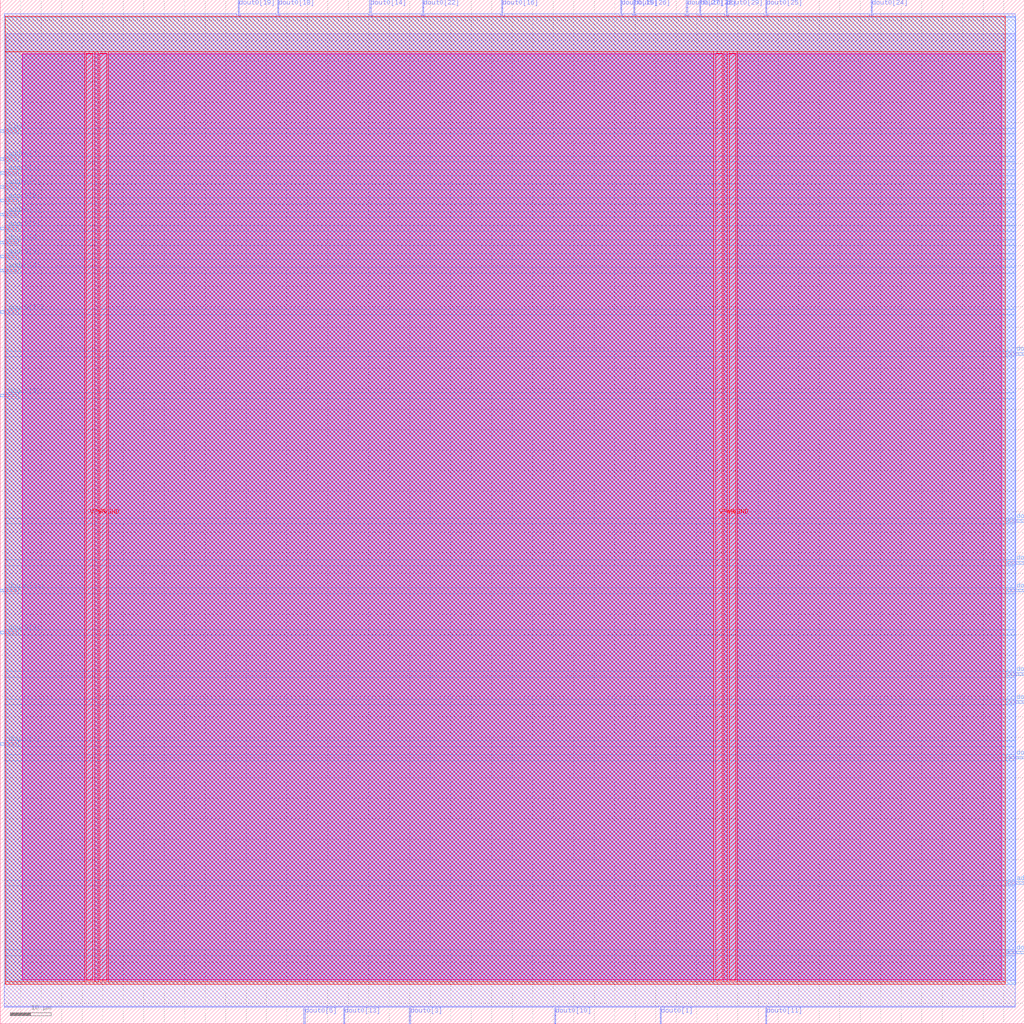
<source format=lef>
VERSION 5.7 ;
  NOWIREEXTENSIONATPIN ON ;
  DIVIDERCHAR "/" ;
  BUSBITCHARS "[]" ;
MACRO rom1
  CLASS BLOCK ;
  FOREIGN rom1 ;
  ORIGIN 0.000 0.000 ;
  SIZE 250.000 BY 250.000 ;
  PIN VGND
    DIRECTION INOUT ;
    USE GROUND ;
    PORT
      LAYER met4 ;
        RECT 24.340 10.640 25.940 236.880 ;
    END
    PORT
      LAYER met4 ;
        RECT 177.940 10.640 179.540 236.880 ;
    END
  END VGND
  PIN VPWR
    DIRECTION INOUT ;
    USE POWER ;
    PORT
      LAYER met4 ;
        RECT 21.040 10.640 22.640 236.880 ;
    END
    PORT
      LAYER met4 ;
        RECT 174.640 10.640 176.240 236.880 ;
    END
  END VPWR
  PIN addr0[0]
    DIRECTION INPUT ;
    USE SIGNAL ;
    ANTENNAGATEAREA 0.196500 ;
    PORT
      LAYER met3 ;
        RECT 0.000 193.840 4.000 194.440 ;
    END
  END addr0[0]
  PIN addr0[1]
    DIRECTION INPUT ;
    USE SIGNAL ;
    ANTENNAGATEAREA 0.196500 ;
    PORT
      LAYER met3 ;
        RECT 246.000 34.040 250.000 34.640 ;
    END
  END addr0[1]
  PIN addr0[2]
    DIRECTION INPUT ;
    USE SIGNAL ;
    ANTENNAGATEAREA 0.196500 ;
    PORT
      LAYER met3 ;
        RECT 0.000 183.640 4.000 184.240 ;
    END
  END addr0[2]
  PIN addr0[3]
    DIRECTION INPUT ;
    USE SIGNAL ;
    ANTENNAGATEAREA 0.196500 ;
    PORT
      LAYER met3 ;
        RECT 0.000 197.240 4.000 197.840 ;
    END
  END addr0[3]
  PIN addr0[4]
    DIRECTION INPUT ;
    USE SIGNAL ;
    ANTENNAGATEAREA 0.196500 ;
    PORT
      LAYER met3 ;
        RECT 0.000 207.440 4.000 208.040 ;
    END
  END addr0[4]
  PIN addr0[5]
    DIRECTION INPUT ;
    USE SIGNAL ;
    ANTENNAGATEAREA 0.196500 ;
    PORT
      LAYER met3 ;
        RECT 0.000 204.040 4.000 204.640 ;
    END
  END addr0[5]
  PIN addr0[6]
    DIRECTION INPUT ;
    USE SIGNAL ;
    ANTENNAGATEAREA 0.196500 ;
    PORT
      LAYER met3 ;
        RECT 0.000 200.640 4.000 201.240 ;
    END
  END addr0[6]
  PIN addr0[7]
    DIRECTION INPUT ;
    USE SIGNAL ;
    ANTENNAGATEAREA 0.126000 ;
    PORT
      LAYER met3 ;
        RECT 0.000 210.840 4.000 211.440 ;
    END
  END addr0[7]
  PIN addr0[8]
    DIRECTION INPUT ;
    USE SIGNAL ;
    ANTENNAGATEAREA 0.196500 ;
    PORT
      LAYER met3 ;
        RECT 0.000 187.040 4.000 187.640 ;
    END
  END addr0[8]
  PIN clk0
    DIRECTION INPUT ;
    USE SIGNAL ;
    ANTENNAGATEAREA 0.852000 ;
    PORT
      LAYER met3 ;
        RECT 0.000 217.640 4.000 218.240 ;
    END
  END clk0
  PIN dout0[0]
    DIRECTION OUTPUT ;
    USE SIGNAL ;
    ANTENNADIFFAREA 0.445500 ;
    PORT
      LAYER met3 ;
        RECT 246.000 122.440 250.000 123.040 ;
    END
  END dout0[0]
  PIN dout0[10]
    DIRECTION OUTPUT ;
    USE SIGNAL ;
    ANTENNADIFFAREA 0.445500 ;
    PORT
      LAYER met2 ;
        RECT 135.330 0.000 135.610 4.000 ;
    END
  END dout0[10]
  PIN dout0[11]
    DIRECTION OUTPUT ;
    USE SIGNAL ;
    ANTENNADIFFAREA 0.445500 ;
    PORT
      LAYER met2 ;
        RECT 186.850 0.000 187.130 4.000 ;
    END
  END dout0[11]
  PIN dout0[12]
    DIRECTION OUTPUT ;
    USE SIGNAL ;
    ANTENNADIFFAREA 0.445500 ;
    PORT
      LAYER met3 ;
        RECT 246.000 105.440 250.000 106.040 ;
    END
  END dout0[12]
  PIN dout0[13]
    DIRECTION OUTPUT ;
    USE SIGNAL ;
    ANTENNADIFFAREA 0.445500 ;
    PORT
      LAYER met2 ;
        RECT 83.810 0.000 84.090 4.000 ;
    END
  END dout0[13]
  PIN dout0[14]
    DIRECTION OUTPUT ;
    USE SIGNAL ;
    ANTENNADIFFAREA 0.795200 ;
    PORT
      LAYER met2 ;
        RECT 90.250 246.000 90.530 250.000 ;
    END
  END dout0[14]
  PIN dout0[15]
    DIRECTION OUTPUT ;
    USE SIGNAL ;
    ANTENNADIFFAREA 0.795200 ;
    PORT
      LAYER met2 ;
        RECT 151.430 246.000 151.710 250.000 ;
    END
  END dout0[15]
  PIN dout0[16]
    DIRECTION OUTPUT ;
    USE SIGNAL ;
    ANTENNADIFFAREA 0.795200 ;
    PORT
      LAYER met2 ;
        RECT 122.450 246.000 122.730 250.000 ;
    END
  END dout0[16]
  PIN dout0[17]
    DIRECTION OUTPUT ;
    USE SIGNAL ;
    ANTENNADIFFAREA 0.445500 ;
    PORT
      LAYER met3 ;
        RECT 0.000 173.440 4.000 174.040 ;
    END
  END dout0[17]
  PIN dout0[18]
    DIRECTION OUTPUT ;
    USE SIGNAL ;
    ANTENNADIFFAREA 0.795200 ;
    PORT
      LAYER met2 ;
        RECT 67.710 246.000 67.990 250.000 ;
    END
  END dout0[18]
  PIN dout0[19]
    DIRECTION OUTPUT ;
    USE SIGNAL ;
    ANTENNADIFFAREA 0.795200 ;
    PORT
      LAYER met2 ;
        RECT 58.050 246.000 58.330 250.000 ;
    END
  END dout0[19]
  PIN dout0[1]
    DIRECTION OUTPUT ;
    USE SIGNAL ;
    ANTENNADIFFAREA 0.445500 ;
    PORT
      LAYER met2 ;
        RECT 161.090 0.000 161.370 4.000 ;
    END
  END dout0[1]
  PIN dout0[20]
    DIRECTION OUTPUT ;
    USE SIGNAL ;
    ANTENNADIFFAREA 0.445500 ;
    PORT
      LAYER met3 ;
        RECT 0.000 190.440 4.000 191.040 ;
    END
  END dout0[20]
  PIN dout0[21]
    DIRECTION OUTPUT ;
    USE SIGNAL ;
    ANTENNADIFFAREA 0.445500 ;
    PORT
      LAYER met3 ;
        RECT 0.000 105.440 4.000 106.040 ;
    END
  END dout0[21]
  PIN dout0[22]
    DIRECTION OUTPUT ;
    USE SIGNAL ;
    ANTENNADIFFAREA 0.795200 ;
    PORT
      LAYER met2 ;
        RECT 103.130 246.000 103.410 250.000 ;
    END
  END dout0[22]
  PIN dout0[23]
    DIRECTION OUTPUT ;
    USE SIGNAL ;
    ANTENNADIFFAREA 0.445500 ;
    PORT
      LAYER met3 ;
        RECT 246.000 163.240 250.000 163.840 ;
    END
  END dout0[23]
  PIN dout0[24]
    DIRECTION OUTPUT ;
    USE SIGNAL ;
    ANTENNADIFFAREA 0.795200 ;
    PORT
      LAYER met2 ;
        RECT 212.610 246.000 212.890 250.000 ;
    END
  END dout0[24]
  PIN dout0[25]
    DIRECTION OUTPUT ;
    USE SIGNAL ;
    ANTENNADIFFAREA 0.795200 ;
    PORT
      LAYER met2 ;
        RECT 186.850 246.000 187.130 250.000 ;
    END
  END dout0[25]
  PIN dout0[26]
    DIRECTION OUTPUT ;
    USE SIGNAL ;
    ANTENNADIFFAREA 0.795200 ;
    PORT
      LAYER met2 ;
        RECT 154.650 246.000 154.930 250.000 ;
    END
  END dout0[26]
  PIN dout0[27]
    DIRECTION OUTPUT ;
    USE SIGNAL ;
    ANTENNADIFFAREA 0.795200 ;
    PORT
      LAYER met2 ;
        RECT 167.530 246.000 167.810 250.000 ;
    END
  END dout0[27]
  PIN dout0[28]
    DIRECTION OUTPUT ;
    USE SIGNAL ;
    ANTENNADIFFAREA 0.795200 ;
    PORT
      LAYER met2 ;
        RECT 170.750 246.000 171.030 250.000 ;
    END
  END dout0[28]
  PIN dout0[29]
    DIRECTION OUTPUT ;
    USE SIGNAL ;
    ANTENNADIFFAREA 0.795200 ;
    PORT
      LAYER met2 ;
        RECT 177.190 246.000 177.470 250.000 ;
    END
  END dout0[29]
  PIN dout0[2]
    DIRECTION OUTPUT ;
    USE SIGNAL ;
    ANTENNADIFFAREA 0.445500 ;
    PORT
      LAYER met3 ;
        RECT 246.000 112.240 250.000 112.840 ;
    END
  END dout0[2]
  PIN dout0[30]
    DIRECTION OUTPUT ;
    USE SIGNAL ;
    PORT
      LAYER met3 ;
        RECT 246.000 85.040 250.000 85.640 ;
    END
  END dout0[30]
  PIN dout0[31]
    DIRECTION OUTPUT ;
    USE SIGNAL ;
    PORT
      LAYER met3 ;
        RECT 246.000 17.040 250.000 17.640 ;
    END
  END dout0[31]
  PIN dout0[3]
    DIRECTION OUTPUT ;
    USE SIGNAL ;
    ANTENNADIFFAREA 0.445500 ;
    PORT
      LAYER met2 ;
        RECT 99.910 0.000 100.190 4.000 ;
    END
  END dout0[3]
  PIN dout0[4]
    DIRECTION OUTPUT ;
    USE SIGNAL ;
    ANTENNADIFFAREA 0.445500 ;
    PORT
      LAYER met3 ;
        RECT 0.000 153.040 4.000 153.640 ;
    END
  END dout0[4]
  PIN dout0[5]
    DIRECTION OUTPUT ;
    USE SIGNAL ;
    ANTENNADIFFAREA 0.445500 ;
    PORT
      LAYER met2 ;
        RECT 74.150 0.000 74.430 4.000 ;
    END
  END dout0[5]
  PIN dout0[6]
    DIRECTION OUTPUT ;
    USE SIGNAL ;
    ANTENNADIFFAREA 0.445500 ;
    PORT
      LAYER met3 ;
        RECT 246.000 64.640 250.000 65.240 ;
    END
  END dout0[6]
  PIN dout0[7]
    DIRECTION OUTPUT ;
    USE SIGNAL ;
    ANTENNADIFFAREA 0.445500 ;
    PORT
      LAYER met3 ;
        RECT 0.000 68.040 4.000 68.640 ;
    END
  END dout0[7]
  PIN dout0[8]
    DIRECTION OUTPUT ;
    USE SIGNAL ;
    ANTENNADIFFAREA 0.445500 ;
    PORT
      LAYER met3 ;
        RECT 0.000 95.240 4.000 95.840 ;
    END
  END dout0[8]
  PIN dout0[9]
    DIRECTION OUTPUT ;
    USE SIGNAL ;
    ANTENNADIFFAREA 0.445500 ;
    PORT
      LAYER met3 ;
        RECT 246.000 78.240 250.000 78.840 ;
    END
  END dout0[9]
  OBS
      LAYER nwell ;
        RECT 5.330 10.795 244.450 236.830 ;
      LAYER li1 ;
        RECT 5.520 10.795 244.260 236.725 ;
      LAYER met1 ;
        RECT 1.450 10.640 247.870 241.700 ;
      LAYER met2 ;
        RECT 1.010 245.720 57.770 246.570 ;
        RECT 58.610 245.720 67.430 246.570 ;
        RECT 68.270 245.720 89.970 246.570 ;
        RECT 90.810 245.720 102.850 246.570 ;
        RECT 103.690 245.720 122.170 246.570 ;
        RECT 123.010 245.720 151.150 246.570 ;
        RECT 151.990 245.720 154.370 246.570 ;
        RECT 155.210 245.720 167.250 246.570 ;
        RECT 168.090 245.720 170.470 246.570 ;
        RECT 171.310 245.720 176.910 246.570 ;
        RECT 177.750 245.720 186.570 246.570 ;
        RECT 187.410 245.720 212.330 246.570 ;
        RECT 213.170 245.720 247.850 246.570 ;
        RECT 1.010 4.280 247.850 245.720 ;
        RECT 1.010 4.000 73.870 4.280 ;
        RECT 74.710 4.000 83.530 4.280 ;
        RECT 84.370 4.000 99.630 4.280 ;
        RECT 100.470 4.000 135.050 4.280 ;
        RECT 135.890 4.000 160.810 4.280 ;
        RECT 161.650 4.000 186.570 4.280 ;
        RECT 187.410 4.000 247.850 4.280 ;
      LAYER met3 ;
        RECT 0.985 218.640 247.875 245.980 ;
        RECT 4.400 217.240 247.875 218.640 ;
        RECT 0.985 211.840 247.875 217.240 ;
        RECT 4.400 210.440 247.875 211.840 ;
        RECT 0.985 208.440 247.875 210.440 ;
        RECT 4.400 207.040 247.875 208.440 ;
        RECT 0.985 205.040 247.875 207.040 ;
        RECT 4.400 203.640 247.875 205.040 ;
        RECT 0.985 201.640 247.875 203.640 ;
        RECT 4.400 200.240 247.875 201.640 ;
        RECT 0.985 198.240 247.875 200.240 ;
        RECT 4.400 196.840 247.875 198.240 ;
        RECT 0.985 194.840 247.875 196.840 ;
        RECT 4.400 193.440 247.875 194.840 ;
        RECT 0.985 191.440 247.875 193.440 ;
        RECT 4.400 190.040 247.875 191.440 ;
        RECT 0.985 188.040 247.875 190.040 ;
        RECT 4.400 186.640 247.875 188.040 ;
        RECT 0.985 184.640 247.875 186.640 ;
        RECT 4.400 183.240 247.875 184.640 ;
        RECT 0.985 174.440 247.875 183.240 ;
        RECT 4.400 173.040 247.875 174.440 ;
        RECT 0.985 164.240 247.875 173.040 ;
        RECT 0.985 162.840 245.600 164.240 ;
        RECT 0.985 154.040 247.875 162.840 ;
        RECT 4.400 152.640 247.875 154.040 ;
        RECT 0.985 123.440 247.875 152.640 ;
        RECT 0.985 122.040 245.600 123.440 ;
        RECT 0.985 113.240 247.875 122.040 ;
        RECT 0.985 111.840 245.600 113.240 ;
        RECT 0.985 106.440 247.875 111.840 ;
        RECT 4.400 105.040 245.600 106.440 ;
        RECT 0.985 96.240 247.875 105.040 ;
        RECT 4.400 94.840 247.875 96.240 ;
        RECT 0.985 86.040 247.875 94.840 ;
        RECT 0.985 84.640 245.600 86.040 ;
        RECT 0.985 79.240 247.875 84.640 ;
        RECT 0.985 77.840 245.600 79.240 ;
        RECT 0.985 69.040 247.875 77.840 ;
        RECT 4.400 67.640 247.875 69.040 ;
        RECT 0.985 65.640 247.875 67.640 ;
        RECT 0.985 64.240 245.600 65.640 ;
        RECT 0.985 35.040 247.875 64.240 ;
        RECT 0.985 33.640 245.600 35.040 ;
        RECT 0.985 18.040 247.875 33.640 ;
        RECT 0.985 16.640 245.600 18.040 ;
        RECT 0.985 9.695 247.875 16.640 ;
      LAYER met4 ;
        RECT 1.215 237.280 245.345 245.985 ;
        RECT 1.215 10.240 20.640 237.280 ;
        RECT 23.040 10.240 23.940 237.280 ;
        RECT 26.340 10.240 174.240 237.280 ;
        RECT 176.640 10.240 177.540 237.280 ;
        RECT 179.940 10.240 245.345 237.280 ;
        RECT 1.215 9.695 245.345 10.240 ;
  END
END rom1
END LIBRARY


</source>
